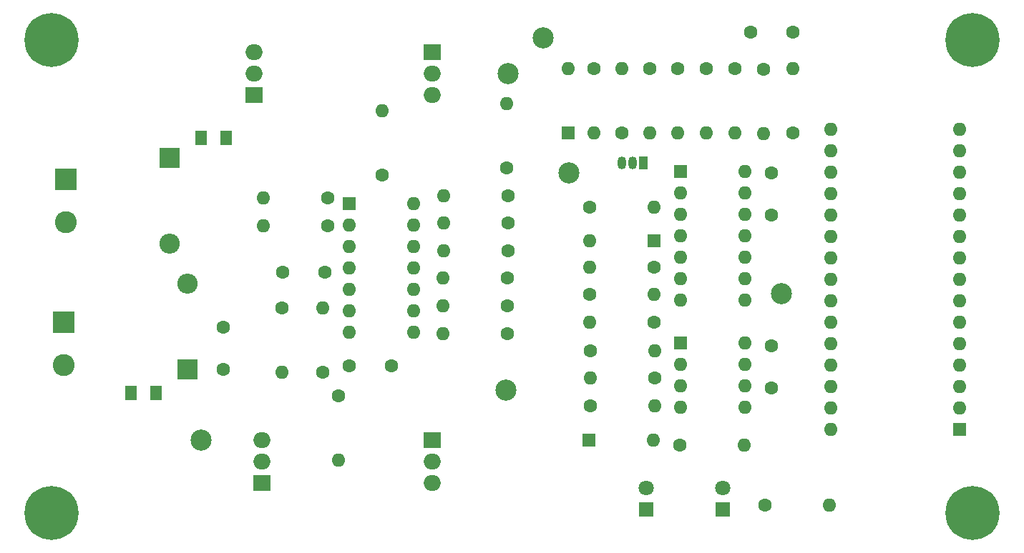
<source format=gbr>
%TF.GenerationSoftware,KiCad,Pcbnew,7.0.1*%
%TF.CreationDate,2023-08-13T16:19:12-06:00*%
%TF.ProjectId,USB_curve_tracer,5553425f-6375-4727-9665-5f7472616365,2*%
%TF.SameCoordinates,Original*%
%TF.FileFunction,Soldermask,Top*%
%TF.FilePolarity,Negative*%
%FSLAX46Y46*%
G04 Gerber Fmt 4.6, Leading zero omitted, Abs format (unit mm)*
G04 Created by KiCad (PCBNEW 7.0.1) date 2023-08-13 16:19:12*
%MOMM*%
%LPD*%
G01*
G04 APERTURE LIST*
G04 Aperture macros list*
%AMRoundRect*
0 Rectangle with rounded corners*
0 $1 Rounding radius*
0 $2 $3 $4 $5 $6 $7 $8 $9 X,Y pos of 4 corners*
0 Add a 4 corners polygon primitive as box body*
4,1,4,$2,$3,$4,$5,$6,$7,$8,$9,$2,$3,0*
0 Add four circle primitives for the rounded corners*
1,1,$1+$1,$2,$3*
1,1,$1+$1,$4,$5*
1,1,$1+$1,$6,$7*
1,1,$1+$1,$8,$9*
0 Add four rect primitives between the rounded corners*
20,1,$1+$1,$2,$3,$4,$5,0*
20,1,$1+$1,$4,$5,$6,$7,0*
20,1,$1+$1,$6,$7,$8,$9,0*
20,1,$1+$1,$8,$9,$2,$3,0*%
G04 Aperture macros list end*
%ADD10C,1.600000*%
%ADD11O,1.600000X1.600000*%
%ADD12C,2.500000*%
%ADD13R,1.600000X1.600000*%
%ADD14R,2.400000X2.400000*%
%ADD15O,2.400000X2.400000*%
%ADD16R,2.000000X1.905000*%
%ADD17O,2.000000X1.905000*%
%ADD18C,0.800000*%
%ADD19C,6.400000*%
%ADD20R,2.600000X2.600000*%
%ADD21C,2.600000*%
%ADD22R,1.800000X1.800000*%
%ADD23C,1.800000*%
%ADD24RoundRect,0.250001X-0.462499X-0.624999X0.462499X-0.624999X0.462499X0.624999X-0.462499X0.624999X0*%
%ADD25R,1.050000X1.500000*%
%ADD26O,1.050000X1.500000*%
G04 APERTURE END LIST*
D10*
%TO.C,R25*%
X164492056Y-76382944D03*
D11*
X164492056Y-84002944D03*
%TD*%
D10*
%TO.C,R1*%
X150790000Y-116300000D03*
D11*
X158410000Y-116300000D03*
%TD*%
D10*
%TO.C,R28*%
X150790000Y-109800000D03*
D11*
X158410000Y-109800000D03*
%TD*%
D12*
%TO.C,TP1*%
X104697056Y-120352944D03*
%TD*%
D13*
%TO.C,D5*%
X158310000Y-96800000D03*
D11*
X150690000Y-96800000D03*
%TD*%
D14*
%TO.C,D2*%
X100997056Y-86917944D03*
D15*
X100997056Y-97077944D03*
%TD*%
D10*
%TO.C,R12*%
X171397056Y-128067944D03*
D11*
X179017056Y-128067944D03*
%TD*%
D13*
%TO.C,D3*%
X148127056Y-84017944D03*
D11*
X148127056Y-76397944D03*
%TD*%
D12*
%TO.C,TP3*%
X148200000Y-88700000D03*
%TD*%
D16*
%TO.C,Q5*%
X111942056Y-125492944D03*
D17*
X111942056Y-122952944D03*
X111942056Y-120412944D03*
%TD*%
D10*
%TO.C,R20*%
X154527056Y-84017944D03*
D11*
X154527056Y-76397944D03*
%TD*%
D13*
%TO.C,U1*%
X161397056Y-108872944D03*
D11*
X161397056Y-111412944D03*
X161397056Y-113952944D03*
X161397056Y-116492944D03*
X169017056Y-116492944D03*
X169017056Y-113952944D03*
X169017056Y-111412944D03*
X169017056Y-108872944D03*
%TD*%
D13*
%TO.C,D4*%
X150590000Y-120400000D03*
D11*
X158210000Y-120400000D03*
%TD*%
D18*
%TO.C,H2*%
X193600000Y-73000000D03*
X194302944Y-71302944D03*
X194302944Y-74697056D03*
X196000000Y-70600000D03*
D19*
X196000000Y-73000000D03*
D18*
X196000000Y-75400000D03*
X197697056Y-71302944D03*
X197697056Y-74697056D03*
X198400000Y-73000000D03*
%TD*%
D10*
%TO.C,R14*%
X140967056Y-107797944D03*
D11*
X133347056Y-107797944D03*
%TD*%
D10*
%TO.C,R22*%
X171227056Y-76407944D03*
D11*
X171227056Y-84027944D03*
%TD*%
D18*
%TO.C,H1*%
X84600000Y-73000000D03*
X85302944Y-71302944D03*
X85302944Y-74697056D03*
X87000000Y-70600000D03*
D19*
X87000000Y-73000000D03*
D18*
X87000000Y-75400000D03*
X88697056Y-71302944D03*
X88697056Y-74697056D03*
X89400000Y-73000000D03*
%TD*%
D10*
%TO.C,R27*%
X157762056Y-76387944D03*
D11*
X157762056Y-84007944D03*
%TD*%
D16*
%TO.C,Q1*%
X110942056Y-79492944D03*
D17*
X110942056Y-76952944D03*
X110942056Y-74412944D03*
%TD*%
D10*
%TO.C,R2*%
X119067056Y-112307944D03*
D11*
X119067056Y-104687944D03*
%TD*%
D10*
%TO.C,R11*%
X161390000Y-121000000D03*
D11*
X169010000Y-121000000D03*
%TD*%
D20*
%TO.C,J2*%
X88470169Y-106453452D03*
D21*
X88470169Y-111533452D03*
%TD*%
D16*
%TO.C,Q2*%
X132052056Y-74412944D03*
D17*
X132052056Y-76952944D03*
X132052056Y-79492944D03*
%TD*%
D10*
%TO.C,R5*%
X151227056Y-76397944D03*
D11*
X151227056Y-84017944D03*
%TD*%
D10*
%TO.C,C2*%
X174700000Y-72000000D03*
X169700000Y-72000000D03*
%TD*%
D20*
%TO.C,J1*%
X88677669Y-89453452D03*
D21*
X88677669Y-94533452D03*
%TD*%
D13*
%TO.C,U3*%
X161397056Y-88587944D03*
D11*
X161397056Y-91127944D03*
X161397056Y-93667944D03*
X161397056Y-96207944D03*
X161397056Y-98747944D03*
X161397056Y-101287944D03*
X161397056Y-103827944D03*
X169017056Y-103827944D03*
X169017056Y-101287944D03*
X169017056Y-98747944D03*
X169017056Y-96207944D03*
X169017056Y-93667944D03*
X169017056Y-91127944D03*
X169017056Y-88587944D03*
%TD*%
D10*
%TO.C,C3*%
X107297056Y-111997944D03*
X107297056Y-106997944D03*
%TD*%
D22*
%TO.C,D6*%
X157397056Y-128607944D03*
D23*
X157397056Y-126067944D03*
%TD*%
D24*
%TO.C,F1*%
X96412500Y-114800000D03*
X99387500Y-114800000D03*
%TD*%
D10*
%TO.C,C5*%
X172197056Y-88712944D03*
X172197056Y-93712944D03*
%TD*%
%TO.C,R17*%
X158310000Y-106400000D03*
D11*
X150690000Y-106400000D03*
%TD*%
D10*
%TO.C,C8*%
X122267056Y-111612944D03*
X127267056Y-111612944D03*
%TD*%
%TO.C,R24*%
X167892056Y-76387944D03*
D11*
X167892056Y-84007944D03*
%TD*%
D10*
%TO.C,R10*%
X150690000Y-92800000D03*
D11*
X158310000Y-92800000D03*
%TD*%
D10*
%TO.C,R4*%
X126097056Y-88972944D03*
D11*
X126097056Y-81352944D03*
%TD*%
D10*
%TO.C,R30*%
X158310000Y-99900000D03*
D11*
X150690000Y-99900000D03*
%TD*%
D10*
%TO.C,R8*%
X140997056Y-97952944D03*
D11*
X133377056Y-97952944D03*
%TD*%
D10*
%TO.C,R26*%
X161092056Y-76387944D03*
D11*
X161092056Y-84007944D03*
%TD*%
D18*
%TO.C,H4*%
X193600000Y-129000000D03*
X194302944Y-127302944D03*
X194302944Y-130697056D03*
X196000000Y-126600000D03*
D19*
X196000000Y-129000000D03*
D18*
X196000000Y-131400000D03*
X197697056Y-127302944D03*
X197697056Y-130697056D03*
X198400000Y-129000000D03*
%TD*%
D10*
%TO.C,R21*%
X174727056Y-84007944D03*
D11*
X174727056Y-76387944D03*
%TD*%
D10*
%TO.C,R15*%
X140967056Y-104497944D03*
D11*
X133347056Y-104497944D03*
%TD*%
D10*
%TO.C,R16*%
X140967056Y-101197944D03*
D11*
X133347056Y-101197944D03*
%TD*%
D12*
%TO.C,TP4*%
X145200000Y-72700000D03*
%TD*%
D13*
%TO.C,A1*%
X194437056Y-119152944D03*
D11*
X194437056Y-116612944D03*
X194437056Y-114072944D03*
X194437056Y-111532944D03*
X194437056Y-108992944D03*
X194437056Y-106452944D03*
X194437056Y-103912944D03*
X194437056Y-101372944D03*
X194437056Y-98832944D03*
X194437056Y-96292944D03*
X194437056Y-93752944D03*
X194437056Y-91212944D03*
X194437056Y-88672944D03*
X194437056Y-86132944D03*
X194437056Y-83592944D03*
X179197056Y-83592944D03*
X179197056Y-86132944D03*
X179197056Y-88672944D03*
X179197056Y-91212944D03*
X179197056Y-93752944D03*
X179197056Y-96292944D03*
X179197056Y-98832944D03*
X179197056Y-101372944D03*
X179197056Y-103912944D03*
X179197056Y-106452944D03*
X179197056Y-108992944D03*
X179197056Y-111532944D03*
X179197056Y-114072944D03*
X179197056Y-116612944D03*
X179197056Y-119152944D03*
%TD*%
D14*
%TO.C,D1*%
X103097056Y-112032944D03*
D15*
X103097056Y-101872944D03*
%TD*%
D25*
%TO.C,U4*%
X157070000Y-87500000D03*
D26*
X155800000Y-87500000D03*
X154530000Y-87500000D03*
%TD*%
D12*
%TO.C,TP2*%
X140997056Y-76952944D03*
%TD*%
D10*
%TO.C,C1*%
X172197056Y-114172944D03*
X172197056Y-109172944D03*
%TD*%
D18*
%TO.C,H3*%
X84600000Y-129000000D03*
X85302944Y-127302944D03*
X85302944Y-130697056D03*
X87000000Y-126600000D03*
D19*
X87000000Y-129000000D03*
D18*
X87000000Y-131400000D03*
X88697056Y-127302944D03*
X88697056Y-130697056D03*
X89400000Y-129000000D03*
%TD*%
D10*
%TO.C,R19*%
X140997056Y-91452944D03*
D11*
X133377056Y-91452944D03*
%TD*%
D16*
%TO.C,Q6*%
X132052056Y-120412944D03*
D17*
X132052056Y-122952944D03*
X132052056Y-125492944D03*
%TD*%
D10*
%TO.C,R13*%
X140867056Y-88112944D03*
D11*
X140867056Y-80492944D03*
%TD*%
D10*
%TO.C,R29*%
X150660000Y-103105000D03*
D11*
X158280000Y-103105000D03*
%TD*%
D10*
%TO.C,R23*%
X158400000Y-113000000D03*
D11*
X150780000Y-113000000D03*
%TD*%
D10*
%TO.C,R18*%
X140987056Y-94652944D03*
D11*
X133367056Y-94652944D03*
%TD*%
D24*
%TO.C,F2*%
X104709556Y-84552944D03*
X107684556Y-84552944D03*
%TD*%
D22*
%TO.C,D7*%
X166397056Y-128607944D03*
D23*
X166397056Y-126067944D03*
%TD*%
D10*
%TO.C,R9*%
X120997056Y-115142944D03*
D11*
X120997056Y-122762944D03*
%TD*%
D10*
%TO.C,C4*%
X119387056Y-100452944D03*
X114387056Y-100452944D03*
%TD*%
D13*
%TO.C,U2*%
X122267056Y-92372944D03*
D11*
X122267056Y-94912944D03*
X122267056Y-97452944D03*
X122267056Y-99992944D03*
X122267056Y-102532944D03*
X122267056Y-105072944D03*
X122267056Y-107612944D03*
X129887056Y-107612944D03*
X129887056Y-105072944D03*
X129887056Y-102532944D03*
X129887056Y-99992944D03*
X129887056Y-97452944D03*
X129887056Y-94912944D03*
X129887056Y-92372944D03*
%TD*%
D12*
%TO.C,TP5*%
X140797056Y-114452944D03*
%TD*%
%TO.C,TP6*%
X173397056Y-103067944D03*
%TD*%
D10*
%TO.C,R7*%
X119710000Y-91700000D03*
D11*
X112090000Y-91700000D03*
%TD*%
D10*
%TO.C,R3*%
X114297056Y-104687944D03*
D11*
X114297056Y-112307944D03*
%TD*%
D10*
%TO.C,R6*%
X119687056Y-94997944D03*
D11*
X112067056Y-94997944D03*
%TD*%
M02*

</source>
